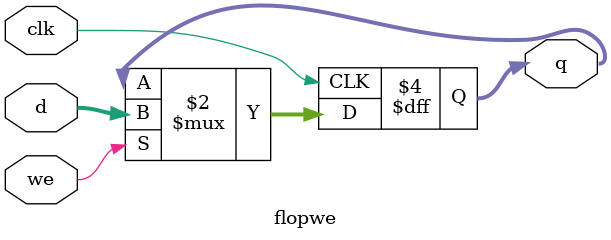
<source format=v>
`default_nettype none

module flopwe  # (parameter  WIDTH = 8) (
  input wire  clk,
  input wire  we,
  input wire [WIDTH-1:0] d,
  output reg [WIDTH-1:0] q);

  always @(posedge clk) begin
    if (we) begin
      q <= d;
    end
  end
  
endmodule

</source>
